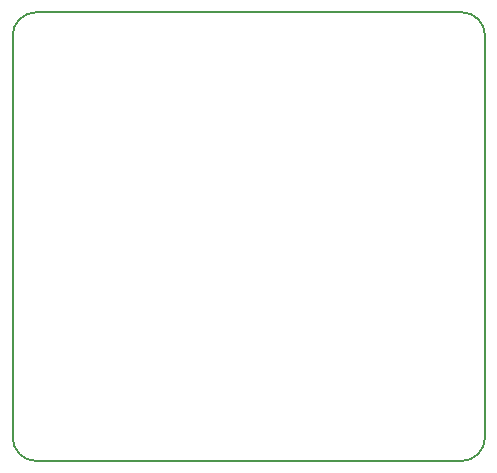
<source format=gko>
G04*
G04 #@! TF.GenerationSoftware,Altium Limited,Altium Designer,22.0.2 (36)*
G04*
G04 Layer_Color=16711935*
%FSLAX25Y25*%
%MOIN*%
G70*
G04*
G04 #@! TF.SameCoordinates,A8AB103B-E7CB-45E0-896D-D1B8D88E5F6C*
G04*
G04*
G04 #@! TF.FilePolarity,Positive*
G04*
G01*
G75*
%ADD13C,0.00500*%
D13*
X318626Y260500D02*
G03*
X326500Y252626I7874J0D01*
G01*
X468232D02*
G03*
X476106Y260500I0J7874D01*
G01*
Y394358D02*
G03*
X468232Y402232I-7874J0D01*
G01*
X326500D02*
G03*
X318626Y394358I0J-7874D01*
G01*
Y260500D02*
Y394358D01*
X326500Y252626D02*
X468232D01*
X476106Y260500D02*
Y394358D01*
X329749Y402232D02*
X468232Y402232D01*
X326500D02*
X329749D01*
M02*

</source>
